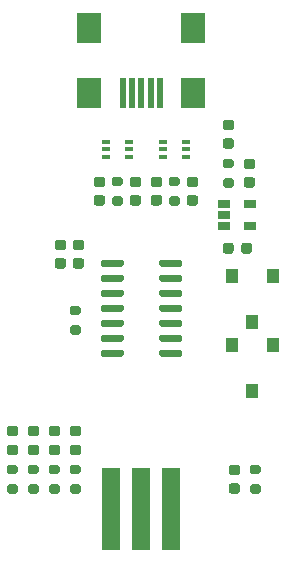
<source format=gbr>
%TF.GenerationSoftware,KiCad,Pcbnew,(5.1.10)-1*%
%TF.CreationDate,2021-09-08T15:10:06+01:00*%
%TF.ProjectId,Tiny-Pogo-AVR,54696e79-2d50-46f6-976f-2d4156522e6b,rev?*%
%TF.SameCoordinates,Original*%
%TF.FileFunction,Paste,Top*%
%TF.FilePolarity,Positive*%
%FSLAX46Y46*%
G04 Gerber Fmt 4.6, Leading zero omitted, Abs format (unit mm)*
G04 Created by KiCad (PCBNEW (5.1.10)-1) date 2021-09-08 15:10:06*
%MOMM*%
%LPD*%
G01*
G04 APERTURE LIST*
%ADD10R,0.500000X2.500000*%
%ADD11R,2.000000X2.500000*%
%ADD12R,0.700000X0.400000*%
%ADD13R,1.060000X0.650000*%
%ADD14R,1.000000X1.300000*%
%ADD15R,1.500000X7.000000*%
G04 APERTURE END LIST*
%TO.C,R9*%
G36*
G01*
X133117000Y-98381000D02*
X132567000Y-98381000D01*
G75*
G02*
X132367000Y-98181000I0J200000D01*
G01*
X132367000Y-97781000D01*
G75*
G02*
X132567000Y-97581000I200000J0D01*
G01*
X133117000Y-97581000D01*
G75*
G02*
X133317000Y-97781000I0J-200000D01*
G01*
X133317000Y-98181000D01*
G75*
G02*
X133117000Y-98381000I-200000J0D01*
G01*
G37*
G36*
G01*
X133117000Y-100031000D02*
X132567000Y-100031000D01*
G75*
G02*
X132367000Y-99831000I0J200000D01*
G01*
X132367000Y-99431000D01*
G75*
G02*
X132567000Y-99231000I200000J0D01*
G01*
X133117000Y-99231000D01*
G75*
G02*
X133317000Y-99431000I0J-200000D01*
G01*
X133317000Y-99831000D01*
G75*
G02*
X133117000Y-100031000I-200000J0D01*
G01*
G37*
%TD*%
%TO.C,R8*%
G36*
G01*
X131339000Y-98381000D02*
X130789000Y-98381000D01*
G75*
G02*
X130589000Y-98181000I0J200000D01*
G01*
X130589000Y-97781000D01*
G75*
G02*
X130789000Y-97581000I200000J0D01*
G01*
X131339000Y-97581000D01*
G75*
G02*
X131539000Y-97781000I0J-200000D01*
G01*
X131539000Y-98181000D01*
G75*
G02*
X131339000Y-98381000I-200000J0D01*
G01*
G37*
G36*
G01*
X131339000Y-100031000D02*
X130789000Y-100031000D01*
G75*
G02*
X130589000Y-99831000I0J200000D01*
G01*
X130589000Y-99431000D01*
G75*
G02*
X130789000Y-99231000I200000J0D01*
G01*
X131339000Y-99231000D01*
G75*
G02*
X131539000Y-99431000I0J-200000D01*
G01*
X131539000Y-99831000D01*
G75*
G02*
X131339000Y-100031000I-200000J0D01*
G01*
G37*
%TD*%
%TO.C,R7*%
G36*
G01*
X129561000Y-98381000D02*
X129011000Y-98381000D01*
G75*
G02*
X128811000Y-98181000I0J200000D01*
G01*
X128811000Y-97781000D01*
G75*
G02*
X129011000Y-97581000I200000J0D01*
G01*
X129561000Y-97581000D01*
G75*
G02*
X129761000Y-97781000I0J-200000D01*
G01*
X129761000Y-98181000D01*
G75*
G02*
X129561000Y-98381000I-200000J0D01*
G01*
G37*
G36*
G01*
X129561000Y-100031000D02*
X129011000Y-100031000D01*
G75*
G02*
X128811000Y-99831000I0J200000D01*
G01*
X128811000Y-99431000D01*
G75*
G02*
X129011000Y-99231000I200000J0D01*
G01*
X129561000Y-99231000D01*
G75*
G02*
X129761000Y-99431000I0J-200000D01*
G01*
X129761000Y-99831000D01*
G75*
G02*
X129561000Y-100031000I-200000J0D01*
G01*
G37*
%TD*%
%TO.C,R6*%
G36*
G01*
X127783000Y-98381000D02*
X127233000Y-98381000D01*
G75*
G02*
X127033000Y-98181000I0J200000D01*
G01*
X127033000Y-97781000D01*
G75*
G02*
X127233000Y-97581000I200000J0D01*
G01*
X127783000Y-97581000D01*
G75*
G02*
X127983000Y-97781000I0J-200000D01*
G01*
X127983000Y-98181000D01*
G75*
G02*
X127783000Y-98381000I-200000J0D01*
G01*
G37*
G36*
G01*
X127783000Y-100031000D02*
X127233000Y-100031000D01*
G75*
G02*
X127033000Y-99831000I0J200000D01*
G01*
X127033000Y-99431000D01*
G75*
G02*
X127233000Y-99231000I200000J0D01*
G01*
X127783000Y-99231000D01*
G75*
G02*
X127983000Y-99431000I0J-200000D01*
G01*
X127983000Y-99831000D01*
G75*
G02*
X127783000Y-100031000I-200000J0D01*
G01*
G37*
%TD*%
%TO.C,D6*%
G36*
G01*
X133098250Y-95179500D02*
X132585750Y-95179500D01*
G75*
G02*
X132367000Y-94960750I0J218750D01*
G01*
X132367000Y-94523250D01*
G75*
G02*
X132585750Y-94304500I218750J0D01*
G01*
X133098250Y-94304500D01*
G75*
G02*
X133317000Y-94523250I0J-218750D01*
G01*
X133317000Y-94960750D01*
G75*
G02*
X133098250Y-95179500I-218750J0D01*
G01*
G37*
G36*
G01*
X133098250Y-96754500D02*
X132585750Y-96754500D01*
G75*
G02*
X132367000Y-96535750I0J218750D01*
G01*
X132367000Y-96098250D01*
G75*
G02*
X132585750Y-95879500I218750J0D01*
G01*
X133098250Y-95879500D01*
G75*
G02*
X133317000Y-96098250I0J-218750D01*
G01*
X133317000Y-96535750D01*
G75*
G02*
X133098250Y-96754500I-218750J0D01*
G01*
G37*
%TD*%
%TO.C,D5*%
G36*
G01*
X131320250Y-95179500D02*
X130807750Y-95179500D01*
G75*
G02*
X130589000Y-94960750I0J218750D01*
G01*
X130589000Y-94523250D01*
G75*
G02*
X130807750Y-94304500I218750J0D01*
G01*
X131320250Y-94304500D01*
G75*
G02*
X131539000Y-94523250I0J-218750D01*
G01*
X131539000Y-94960750D01*
G75*
G02*
X131320250Y-95179500I-218750J0D01*
G01*
G37*
G36*
G01*
X131320250Y-96754500D02*
X130807750Y-96754500D01*
G75*
G02*
X130589000Y-96535750I0J218750D01*
G01*
X130589000Y-96098250D01*
G75*
G02*
X130807750Y-95879500I218750J0D01*
G01*
X131320250Y-95879500D01*
G75*
G02*
X131539000Y-96098250I0J-218750D01*
G01*
X131539000Y-96535750D01*
G75*
G02*
X131320250Y-96754500I-218750J0D01*
G01*
G37*
%TD*%
%TO.C,D4*%
G36*
G01*
X129542250Y-95179500D02*
X129029750Y-95179500D01*
G75*
G02*
X128811000Y-94960750I0J218750D01*
G01*
X128811000Y-94523250D01*
G75*
G02*
X129029750Y-94304500I218750J0D01*
G01*
X129542250Y-94304500D01*
G75*
G02*
X129761000Y-94523250I0J-218750D01*
G01*
X129761000Y-94960750D01*
G75*
G02*
X129542250Y-95179500I-218750J0D01*
G01*
G37*
G36*
G01*
X129542250Y-96754500D02*
X129029750Y-96754500D01*
G75*
G02*
X128811000Y-96535750I0J218750D01*
G01*
X128811000Y-96098250D01*
G75*
G02*
X129029750Y-95879500I218750J0D01*
G01*
X129542250Y-95879500D01*
G75*
G02*
X129761000Y-96098250I0J-218750D01*
G01*
X129761000Y-96535750D01*
G75*
G02*
X129542250Y-96754500I-218750J0D01*
G01*
G37*
%TD*%
%TO.C,D3*%
G36*
G01*
X127764250Y-95179500D02*
X127251750Y-95179500D01*
G75*
G02*
X127033000Y-94960750I0J218750D01*
G01*
X127033000Y-94523250D01*
G75*
G02*
X127251750Y-94304500I218750J0D01*
G01*
X127764250Y-94304500D01*
G75*
G02*
X127983000Y-94523250I0J-218750D01*
G01*
X127983000Y-94960750D01*
G75*
G02*
X127764250Y-95179500I-218750J0D01*
G01*
G37*
G36*
G01*
X127764250Y-96754500D02*
X127251750Y-96754500D01*
G75*
G02*
X127033000Y-96535750I0J218750D01*
G01*
X127033000Y-96098250D01*
G75*
G02*
X127251750Y-95879500I218750J0D01*
G01*
X127764250Y-95879500D01*
G75*
G02*
X127983000Y-96098250I0J-218750D01*
G01*
X127983000Y-96535750D01*
G75*
G02*
X127764250Y-96754500I-218750J0D01*
G01*
G37*
%TD*%
D10*
%TO.C,J2*%
X136830000Y-66100000D03*
X137630000Y-66100000D03*
X138430000Y-66100000D03*
X139230000Y-66100000D03*
X140030000Y-66100000D03*
D11*
X134030000Y-66100000D03*
X142830000Y-66100000D03*
X134030000Y-60600000D03*
X142830000Y-60600000D03*
%TD*%
D12*
%TO.C,U4*%
X140274000Y-70866000D03*
X140274000Y-71516000D03*
X140274000Y-70216000D03*
X142174000Y-70216000D03*
X142174000Y-70866000D03*
X142174000Y-71516000D03*
%TD*%
%TO.C,U3*%
X135448000Y-70866000D03*
X135448000Y-71516000D03*
X135448000Y-70216000D03*
X137348000Y-70216000D03*
X137348000Y-70866000D03*
X137348000Y-71516000D03*
%TD*%
D13*
%TO.C,U2*%
X147658000Y-75504000D03*
X147658000Y-77404000D03*
X145458000Y-77404000D03*
X145458000Y-76454000D03*
X145458000Y-75504000D03*
%TD*%
%TO.C,U1*%
G36*
G01*
X139930000Y-80668000D02*
X139930000Y-80368000D01*
G75*
G02*
X140080000Y-80218000I150000J0D01*
G01*
X141730000Y-80218000D01*
G75*
G02*
X141880000Y-80368000I0J-150000D01*
G01*
X141880000Y-80668000D01*
G75*
G02*
X141730000Y-80818000I-150000J0D01*
G01*
X140080000Y-80818000D01*
G75*
G02*
X139930000Y-80668000I0J150000D01*
G01*
G37*
G36*
G01*
X139930000Y-81938000D02*
X139930000Y-81638000D01*
G75*
G02*
X140080000Y-81488000I150000J0D01*
G01*
X141730000Y-81488000D01*
G75*
G02*
X141880000Y-81638000I0J-150000D01*
G01*
X141880000Y-81938000D01*
G75*
G02*
X141730000Y-82088000I-150000J0D01*
G01*
X140080000Y-82088000D01*
G75*
G02*
X139930000Y-81938000I0J150000D01*
G01*
G37*
G36*
G01*
X139930000Y-83208000D02*
X139930000Y-82908000D01*
G75*
G02*
X140080000Y-82758000I150000J0D01*
G01*
X141730000Y-82758000D01*
G75*
G02*
X141880000Y-82908000I0J-150000D01*
G01*
X141880000Y-83208000D01*
G75*
G02*
X141730000Y-83358000I-150000J0D01*
G01*
X140080000Y-83358000D01*
G75*
G02*
X139930000Y-83208000I0J150000D01*
G01*
G37*
G36*
G01*
X139930000Y-84478000D02*
X139930000Y-84178000D01*
G75*
G02*
X140080000Y-84028000I150000J0D01*
G01*
X141730000Y-84028000D01*
G75*
G02*
X141880000Y-84178000I0J-150000D01*
G01*
X141880000Y-84478000D01*
G75*
G02*
X141730000Y-84628000I-150000J0D01*
G01*
X140080000Y-84628000D01*
G75*
G02*
X139930000Y-84478000I0J150000D01*
G01*
G37*
G36*
G01*
X139930000Y-85748000D02*
X139930000Y-85448000D01*
G75*
G02*
X140080000Y-85298000I150000J0D01*
G01*
X141730000Y-85298000D01*
G75*
G02*
X141880000Y-85448000I0J-150000D01*
G01*
X141880000Y-85748000D01*
G75*
G02*
X141730000Y-85898000I-150000J0D01*
G01*
X140080000Y-85898000D01*
G75*
G02*
X139930000Y-85748000I0J150000D01*
G01*
G37*
G36*
G01*
X139930000Y-87018000D02*
X139930000Y-86718000D01*
G75*
G02*
X140080000Y-86568000I150000J0D01*
G01*
X141730000Y-86568000D01*
G75*
G02*
X141880000Y-86718000I0J-150000D01*
G01*
X141880000Y-87018000D01*
G75*
G02*
X141730000Y-87168000I-150000J0D01*
G01*
X140080000Y-87168000D01*
G75*
G02*
X139930000Y-87018000I0J150000D01*
G01*
G37*
G36*
G01*
X139930000Y-88288000D02*
X139930000Y-87988000D01*
G75*
G02*
X140080000Y-87838000I150000J0D01*
G01*
X141730000Y-87838000D01*
G75*
G02*
X141880000Y-87988000I0J-150000D01*
G01*
X141880000Y-88288000D01*
G75*
G02*
X141730000Y-88438000I-150000J0D01*
G01*
X140080000Y-88438000D01*
G75*
G02*
X139930000Y-88288000I0J150000D01*
G01*
G37*
G36*
G01*
X134980000Y-88288000D02*
X134980000Y-87988000D01*
G75*
G02*
X135130000Y-87838000I150000J0D01*
G01*
X136780000Y-87838000D01*
G75*
G02*
X136930000Y-87988000I0J-150000D01*
G01*
X136930000Y-88288000D01*
G75*
G02*
X136780000Y-88438000I-150000J0D01*
G01*
X135130000Y-88438000D01*
G75*
G02*
X134980000Y-88288000I0J150000D01*
G01*
G37*
G36*
G01*
X134980000Y-87018000D02*
X134980000Y-86718000D01*
G75*
G02*
X135130000Y-86568000I150000J0D01*
G01*
X136780000Y-86568000D01*
G75*
G02*
X136930000Y-86718000I0J-150000D01*
G01*
X136930000Y-87018000D01*
G75*
G02*
X136780000Y-87168000I-150000J0D01*
G01*
X135130000Y-87168000D01*
G75*
G02*
X134980000Y-87018000I0J150000D01*
G01*
G37*
G36*
G01*
X134980000Y-85748000D02*
X134980000Y-85448000D01*
G75*
G02*
X135130000Y-85298000I150000J0D01*
G01*
X136780000Y-85298000D01*
G75*
G02*
X136930000Y-85448000I0J-150000D01*
G01*
X136930000Y-85748000D01*
G75*
G02*
X136780000Y-85898000I-150000J0D01*
G01*
X135130000Y-85898000D01*
G75*
G02*
X134980000Y-85748000I0J150000D01*
G01*
G37*
G36*
G01*
X134980000Y-84478000D02*
X134980000Y-84178000D01*
G75*
G02*
X135130000Y-84028000I150000J0D01*
G01*
X136780000Y-84028000D01*
G75*
G02*
X136930000Y-84178000I0J-150000D01*
G01*
X136930000Y-84478000D01*
G75*
G02*
X136780000Y-84628000I-150000J0D01*
G01*
X135130000Y-84628000D01*
G75*
G02*
X134980000Y-84478000I0J150000D01*
G01*
G37*
G36*
G01*
X134980000Y-83208000D02*
X134980000Y-82908000D01*
G75*
G02*
X135130000Y-82758000I150000J0D01*
G01*
X136780000Y-82758000D01*
G75*
G02*
X136930000Y-82908000I0J-150000D01*
G01*
X136930000Y-83208000D01*
G75*
G02*
X136780000Y-83358000I-150000J0D01*
G01*
X135130000Y-83358000D01*
G75*
G02*
X134980000Y-83208000I0J150000D01*
G01*
G37*
G36*
G01*
X134980000Y-81938000D02*
X134980000Y-81638000D01*
G75*
G02*
X135130000Y-81488000I150000J0D01*
G01*
X136780000Y-81488000D01*
G75*
G02*
X136930000Y-81638000I0J-150000D01*
G01*
X136930000Y-81938000D01*
G75*
G02*
X136780000Y-82088000I-150000J0D01*
G01*
X135130000Y-82088000D01*
G75*
G02*
X134980000Y-81938000I0J150000D01*
G01*
G37*
G36*
G01*
X134980000Y-80668000D02*
X134980000Y-80368000D01*
G75*
G02*
X135130000Y-80218000I150000J0D01*
G01*
X136780000Y-80218000D01*
G75*
G02*
X136930000Y-80368000I0J-150000D01*
G01*
X136930000Y-80668000D01*
G75*
G02*
X136780000Y-80818000I-150000J0D01*
G01*
X135130000Y-80818000D01*
G75*
G02*
X134980000Y-80668000I0J150000D01*
G01*
G37*
%TD*%
D14*
%TO.C,SW2*%
X147828000Y-85516000D03*
X146078000Y-81616000D03*
X149578000Y-81616000D03*
%TD*%
%TO.C,SW1*%
X147828000Y-91358000D03*
X146078000Y-87458000D03*
X149578000Y-87458000D03*
%TD*%
%TO.C,R5*%
G36*
G01*
X148357000Y-98381000D02*
X147807000Y-98381000D01*
G75*
G02*
X147607000Y-98181000I0J200000D01*
G01*
X147607000Y-97781000D01*
G75*
G02*
X147807000Y-97581000I200000J0D01*
G01*
X148357000Y-97581000D01*
G75*
G02*
X148557000Y-97781000I0J-200000D01*
G01*
X148557000Y-98181000D01*
G75*
G02*
X148357000Y-98381000I-200000J0D01*
G01*
G37*
G36*
G01*
X148357000Y-100031000D02*
X147807000Y-100031000D01*
G75*
G02*
X147607000Y-99831000I0J200000D01*
G01*
X147607000Y-99431000D01*
G75*
G02*
X147807000Y-99231000I200000J0D01*
G01*
X148357000Y-99231000D01*
G75*
G02*
X148557000Y-99431000I0J-200000D01*
G01*
X148557000Y-99831000D01*
G75*
G02*
X148357000Y-100031000I-200000J0D01*
G01*
G37*
%TD*%
%TO.C,R4*%
G36*
G01*
X145521000Y-73323000D02*
X146071000Y-73323000D01*
G75*
G02*
X146271000Y-73523000I0J-200000D01*
G01*
X146271000Y-73923000D01*
G75*
G02*
X146071000Y-74123000I-200000J0D01*
G01*
X145521000Y-74123000D01*
G75*
G02*
X145321000Y-73923000I0J200000D01*
G01*
X145321000Y-73523000D01*
G75*
G02*
X145521000Y-73323000I200000J0D01*
G01*
G37*
G36*
G01*
X145521000Y-71673000D02*
X146071000Y-71673000D01*
G75*
G02*
X146271000Y-71873000I0J-200000D01*
G01*
X146271000Y-72273000D01*
G75*
G02*
X146071000Y-72473000I-200000J0D01*
G01*
X145521000Y-72473000D01*
G75*
G02*
X145321000Y-72273000I0J200000D01*
G01*
X145321000Y-71873000D01*
G75*
G02*
X145521000Y-71673000I200000J0D01*
G01*
G37*
%TD*%
%TO.C,R3*%
G36*
G01*
X141499000Y-73997000D02*
X140949000Y-73997000D01*
G75*
G02*
X140749000Y-73797000I0J200000D01*
G01*
X140749000Y-73397000D01*
G75*
G02*
X140949000Y-73197000I200000J0D01*
G01*
X141499000Y-73197000D01*
G75*
G02*
X141699000Y-73397000I0J-200000D01*
G01*
X141699000Y-73797000D01*
G75*
G02*
X141499000Y-73997000I-200000J0D01*
G01*
G37*
G36*
G01*
X141499000Y-75647000D02*
X140949000Y-75647000D01*
G75*
G02*
X140749000Y-75447000I0J200000D01*
G01*
X140749000Y-75047000D01*
G75*
G02*
X140949000Y-74847000I200000J0D01*
G01*
X141499000Y-74847000D01*
G75*
G02*
X141699000Y-75047000I0J-200000D01*
G01*
X141699000Y-75447000D01*
G75*
G02*
X141499000Y-75647000I-200000J0D01*
G01*
G37*
%TD*%
%TO.C,R2*%
G36*
G01*
X136673000Y-73997000D02*
X136123000Y-73997000D01*
G75*
G02*
X135923000Y-73797000I0J200000D01*
G01*
X135923000Y-73397000D01*
G75*
G02*
X136123000Y-73197000I200000J0D01*
G01*
X136673000Y-73197000D01*
G75*
G02*
X136873000Y-73397000I0J-200000D01*
G01*
X136873000Y-73797000D01*
G75*
G02*
X136673000Y-73997000I-200000J0D01*
G01*
G37*
G36*
G01*
X136673000Y-75647000D02*
X136123000Y-75647000D01*
G75*
G02*
X135923000Y-75447000I0J200000D01*
G01*
X135923000Y-75047000D01*
G75*
G02*
X136123000Y-74847000I200000J0D01*
G01*
X136673000Y-74847000D01*
G75*
G02*
X136873000Y-75047000I0J-200000D01*
G01*
X136873000Y-75447000D01*
G75*
G02*
X136673000Y-75647000I-200000J0D01*
G01*
G37*
%TD*%
%TO.C,R1*%
G36*
G01*
X133117000Y-84919000D02*
X132567000Y-84919000D01*
G75*
G02*
X132367000Y-84719000I0J200000D01*
G01*
X132367000Y-84319000D01*
G75*
G02*
X132567000Y-84119000I200000J0D01*
G01*
X133117000Y-84119000D01*
G75*
G02*
X133317000Y-84319000I0J-200000D01*
G01*
X133317000Y-84719000D01*
G75*
G02*
X133117000Y-84919000I-200000J0D01*
G01*
G37*
G36*
G01*
X133117000Y-86569000D02*
X132567000Y-86569000D01*
G75*
G02*
X132367000Y-86369000I0J200000D01*
G01*
X132367000Y-85969000D01*
G75*
G02*
X132567000Y-85769000I200000J0D01*
G01*
X133117000Y-85769000D01*
G75*
G02*
X133317000Y-85969000I0J-200000D01*
G01*
X133317000Y-86369000D01*
G75*
G02*
X133117000Y-86569000I-200000J0D01*
G01*
G37*
%TD*%
D15*
%TO.C,J1*%
X140970000Y-101346000D03*
X138430000Y-101346000D03*
X135890000Y-101346000D03*
%TD*%
%TO.C,D2*%
G36*
G01*
X146560250Y-98456000D02*
X146047750Y-98456000D01*
G75*
G02*
X145829000Y-98237250I0J218750D01*
G01*
X145829000Y-97799750D01*
G75*
G02*
X146047750Y-97581000I218750J0D01*
G01*
X146560250Y-97581000D01*
G75*
G02*
X146779000Y-97799750I0J-218750D01*
G01*
X146779000Y-98237250D01*
G75*
G02*
X146560250Y-98456000I-218750J0D01*
G01*
G37*
G36*
G01*
X146560250Y-100031000D02*
X146047750Y-100031000D01*
G75*
G02*
X145829000Y-99812250I0J218750D01*
G01*
X145829000Y-99374750D01*
G75*
G02*
X146047750Y-99156000I218750J0D01*
G01*
X146560250Y-99156000D01*
G75*
G02*
X146779000Y-99374750I0J-218750D01*
G01*
X146779000Y-99812250D01*
G75*
G02*
X146560250Y-100031000I-218750J0D01*
G01*
G37*
%TD*%
%TO.C,D1*%
G36*
G01*
X146052250Y-69246000D02*
X145539750Y-69246000D01*
G75*
G02*
X145321000Y-69027250I0J218750D01*
G01*
X145321000Y-68589750D01*
G75*
G02*
X145539750Y-68371000I218750J0D01*
G01*
X146052250Y-68371000D01*
G75*
G02*
X146271000Y-68589750I0J-218750D01*
G01*
X146271000Y-69027250D01*
G75*
G02*
X146052250Y-69246000I-218750J0D01*
G01*
G37*
G36*
G01*
X146052250Y-70821000D02*
X145539750Y-70821000D01*
G75*
G02*
X145321000Y-70602250I0J218750D01*
G01*
X145321000Y-70164750D01*
G75*
G02*
X145539750Y-69946000I218750J0D01*
G01*
X146052250Y-69946000D01*
G75*
G02*
X146271000Y-70164750I0J-218750D01*
G01*
X146271000Y-70602250D01*
G75*
G02*
X146052250Y-70821000I-218750J0D01*
G01*
G37*
%TD*%
%TO.C,C8*%
G36*
G01*
X139450000Y-74734000D02*
X139950000Y-74734000D01*
G75*
G02*
X140175000Y-74959000I0J-225000D01*
G01*
X140175000Y-75409000D01*
G75*
G02*
X139950000Y-75634000I-225000J0D01*
G01*
X139450000Y-75634000D01*
G75*
G02*
X139225000Y-75409000I0J225000D01*
G01*
X139225000Y-74959000D01*
G75*
G02*
X139450000Y-74734000I225000J0D01*
G01*
G37*
G36*
G01*
X139450000Y-73184000D02*
X139950000Y-73184000D01*
G75*
G02*
X140175000Y-73409000I0J-225000D01*
G01*
X140175000Y-73859000D01*
G75*
G02*
X139950000Y-74084000I-225000J0D01*
G01*
X139450000Y-74084000D01*
G75*
G02*
X139225000Y-73859000I0J225000D01*
G01*
X139225000Y-73409000D01*
G75*
G02*
X139450000Y-73184000I225000J0D01*
G01*
G37*
%TD*%
%TO.C,C7*%
G36*
G01*
X134624000Y-74747000D02*
X135124000Y-74747000D01*
G75*
G02*
X135349000Y-74972000I0J-225000D01*
G01*
X135349000Y-75422000D01*
G75*
G02*
X135124000Y-75647000I-225000J0D01*
G01*
X134624000Y-75647000D01*
G75*
G02*
X134399000Y-75422000I0J225000D01*
G01*
X134399000Y-74972000D01*
G75*
G02*
X134624000Y-74747000I225000J0D01*
G01*
G37*
G36*
G01*
X134624000Y-73197000D02*
X135124000Y-73197000D01*
G75*
G02*
X135349000Y-73422000I0J-225000D01*
G01*
X135349000Y-73872000D01*
G75*
G02*
X135124000Y-74097000I-225000J0D01*
G01*
X134624000Y-74097000D01*
G75*
G02*
X134399000Y-73872000I0J225000D01*
G01*
X134399000Y-73422000D01*
G75*
G02*
X134624000Y-73197000I225000J0D01*
G01*
G37*
%TD*%
%TO.C,C6*%
G36*
G01*
X142498000Y-74747000D02*
X142998000Y-74747000D01*
G75*
G02*
X143223000Y-74972000I0J-225000D01*
G01*
X143223000Y-75422000D01*
G75*
G02*
X142998000Y-75647000I-225000J0D01*
G01*
X142498000Y-75647000D01*
G75*
G02*
X142273000Y-75422000I0J225000D01*
G01*
X142273000Y-74972000D01*
G75*
G02*
X142498000Y-74747000I225000J0D01*
G01*
G37*
G36*
G01*
X142498000Y-73197000D02*
X142998000Y-73197000D01*
G75*
G02*
X143223000Y-73422000I0J-225000D01*
G01*
X143223000Y-73872000D01*
G75*
G02*
X142998000Y-74097000I-225000J0D01*
G01*
X142498000Y-74097000D01*
G75*
G02*
X142273000Y-73872000I0J225000D01*
G01*
X142273000Y-73422000D01*
G75*
G02*
X142498000Y-73197000I225000J0D01*
G01*
G37*
%TD*%
%TO.C,C5*%
G36*
G01*
X137672000Y-74747000D02*
X138172000Y-74747000D01*
G75*
G02*
X138397000Y-74972000I0J-225000D01*
G01*
X138397000Y-75422000D01*
G75*
G02*
X138172000Y-75647000I-225000J0D01*
G01*
X137672000Y-75647000D01*
G75*
G02*
X137447000Y-75422000I0J225000D01*
G01*
X137447000Y-74972000D01*
G75*
G02*
X137672000Y-74747000I225000J0D01*
G01*
G37*
G36*
G01*
X137672000Y-73197000D02*
X138172000Y-73197000D01*
G75*
G02*
X138397000Y-73422000I0J-225000D01*
G01*
X138397000Y-73872000D01*
G75*
G02*
X138172000Y-74097000I-225000J0D01*
G01*
X137672000Y-74097000D01*
G75*
G02*
X137447000Y-73872000I0J225000D01*
G01*
X137447000Y-73422000D01*
G75*
G02*
X137672000Y-73197000I225000J0D01*
G01*
G37*
%TD*%
%TO.C,C4*%
G36*
G01*
X147824000Y-72573000D02*
X147324000Y-72573000D01*
G75*
G02*
X147099000Y-72348000I0J225000D01*
G01*
X147099000Y-71898000D01*
G75*
G02*
X147324000Y-71673000I225000J0D01*
G01*
X147824000Y-71673000D01*
G75*
G02*
X148049000Y-71898000I0J-225000D01*
G01*
X148049000Y-72348000D01*
G75*
G02*
X147824000Y-72573000I-225000J0D01*
G01*
G37*
G36*
G01*
X147824000Y-74123000D02*
X147324000Y-74123000D01*
G75*
G02*
X147099000Y-73898000I0J225000D01*
G01*
X147099000Y-73448000D01*
G75*
G02*
X147324000Y-73223000I225000J0D01*
G01*
X147824000Y-73223000D01*
G75*
G02*
X148049000Y-73448000I0J-225000D01*
G01*
X148049000Y-73898000D01*
G75*
G02*
X147824000Y-74123000I-225000J0D01*
G01*
G37*
%TD*%
%TO.C,C3*%
G36*
G01*
X146883000Y-79498000D02*
X146883000Y-78998000D01*
G75*
G02*
X147108000Y-78773000I225000J0D01*
G01*
X147558000Y-78773000D01*
G75*
G02*
X147783000Y-78998000I0J-225000D01*
G01*
X147783000Y-79498000D01*
G75*
G02*
X147558000Y-79723000I-225000J0D01*
G01*
X147108000Y-79723000D01*
G75*
G02*
X146883000Y-79498000I0J225000D01*
G01*
G37*
G36*
G01*
X145333000Y-79498000D02*
X145333000Y-78998000D01*
G75*
G02*
X145558000Y-78773000I225000J0D01*
G01*
X146008000Y-78773000D01*
G75*
G02*
X146233000Y-78998000I0J-225000D01*
G01*
X146233000Y-79498000D01*
G75*
G02*
X146008000Y-79723000I-225000J0D01*
G01*
X145558000Y-79723000D01*
G75*
G02*
X145333000Y-79498000I0J225000D01*
G01*
G37*
%TD*%
%TO.C,C2*%
G36*
G01*
X133346000Y-79431000D02*
X132846000Y-79431000D01*
G75*
G02*
X132621000Y-79206000I0J225000D01*
G01*
X132621000Y-78756000D01*
G75*
G02*
X132846000Y-78531000I225000J0D01*
G01*
X133346000Y-78531000D01*
G75*
G02*
X133571000Y-78756000I0J-225000D01*
G01*
X133571000Y-79206000D01*
G75*
G02*
X133346000Y-79431000I-225000J0D01*
G01*
G37*
G36*
G01*
X133346000Y-80981000D02*
X132846000Y-80981000D01*
G75*
G02*
X132621000Y-80756000I0J225000D01*
G01*
X132621000Y-80306000D01*
G75*
G02*
X132846000Y-80081000I225000J0D01*
G01*
X133346000Y-80081000D01*
G75*
G02*
X133571000Y-80306000I0J-225000D01*
G01*
X133571000Y-80756000D01*
G75*
G02*
X133346000Y-80981000I-225000J0D01*
G01*
G37*
%TD*%
%TO.C,C1*%
G36*
G01*
X131822000Y-79431000D02*
X131322000Y-79431000D01*
G75*
G02*
X131097000Y-79206000I0J225000D01*
G01*
X131097000Y-78756000D01*
G75*
G02*
X131322000Y-78531000I225000J0D01*
G01*
X131822000Y-78531000D01*
G75*
G02*
X132047000Y-78756000I0J-225000D01*
G01*
X132047000Y-79206000D01*
G75*
G02*
X131822000Y-79431000I-225000J0D01*
G01*
G37*
G36*
G01*
X131822000Y-80981000D02*
X131322000Y-80981000D01*
G75*
G02*
X131097000Y-80756000I0J225000D01*
G01*
X131097000Y-80306000D01*
G75*
G02*
X131322000Y-80081000I225000J0D01*
G01*
X131822000Y-80081000D01*
G75*
G02*
X132047000Y-80306000I0J-225000D01*
G01*
X132047000Y-80756000D01*
G75*
G02*
X131822000Y-80981000I-225000J0D01*
G01*
G37*
%TD*%
M02*

</source>
